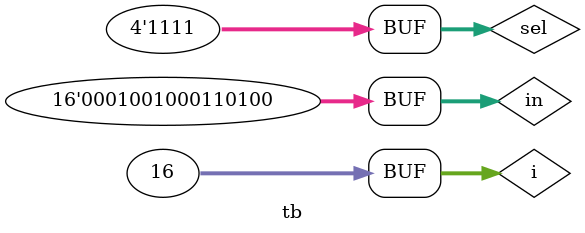
<source format=v>
module tb();
  reg [15:0] in;
  reg [3:0] sel;
  wire y;
  integer i;
  
  mux e1(in, sel, y);
  
  initial begin
    $monitor("in=%b, sel=%b || y=%b", in, sel, y);
    $dumpfile("dump.vcd");
    $dumpvars();
    
    in = 16'b0001001000110100;
    for (i = 0; i < 16; i++) begin
      sel = i;
      #10;
    end
  end
endmodule

</source>
